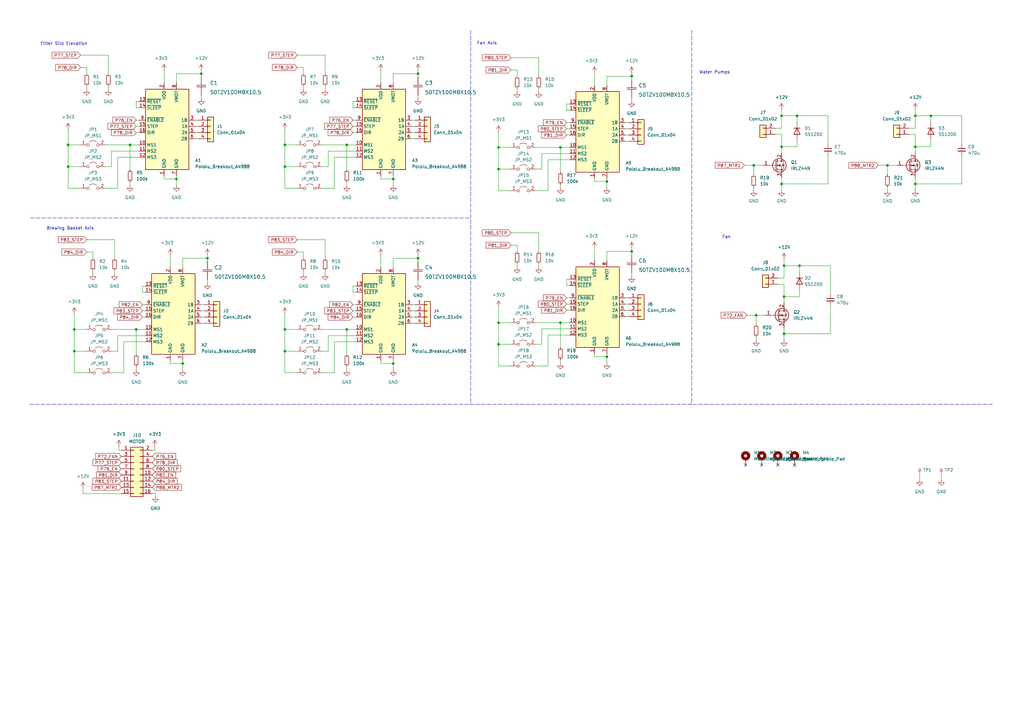
<source format=kicad_sch>
(kicad_sch (version 20211123) (generator eeschema)
  (paper "A3")
  (lib_symbols
    (symbol "+3.3V_1" (power) (pin_names (offset 0))
      (property "Value" "+3.3V_1" (at 0 3.556 0))
      (symbol "+3.3V_1_1_1"
        (pin power_in line (at 0 0 90) (length 0) hide (name "+3V3") (number "1"))
      )
    )
    (symbol "2022-02-09_01-18-55:50TZV100M8X10.5" (pin_numbers hide) (pin_names (offset 1.651) hide)
      (property "Reference" "C" (at 3.81 3.81 0))
      (property "Value" "50TZV100M8X10.5" (at 3.81 -7.62 0))
      (symbol "50TZV100M8X10.5_1_1"
        (pin unspecified line (at 0 0 0) (length 2.54) (name "1") (number "1"))
        (pin unspecified line (at 7.62 0 180) (length 2.54) (name "2") (number "2"))
      )
    )
    (symbol "Connector:TestPoint_Small" (pin_numbers hide) (pin_names (offset 0.762) hide)
      (property "Reference" "TP" (at 0 3.81 0))
      (property "Value" "TestPoint_Small" (at 0 2.032 0))
      (symbol "TestPoint_Small_1_1"
        (pin passive line (at 0 0 90) (length 0) (name "1") (number "1"))
      )
    )
    (symbol "Connector_Generic:Conn_01x02" (pin_names (offset 1.016) hide)
      (property "Reference" "J" (at 0 2.54 0))
      (property "Value" "Conn_01x02" (at 0 -5.08 0))
      (symbol "Conn_01x02_1_1"
        (pin passive line (at -5.08 0 0) (length 3.81) (name "Pin_1") (number "1"))
        (pin passive line (at -5.08 -2.54 0) (length 3.81) (name "Pin_2") (number "2"))
      )
    )
    (symbol "Connector_Generic:Conn_01x04" (pin_names (offset 1.016) hide)
      (property "Reference" "J" (at 0 5.08 0))
      (property "Value" "Conn_01x04" (at 0 -7.62 0))
      (symbol "Conn_01x04_1_1"
        (pin passive line (at -5.08 2.54 0) (length 3.81) (name "Pin_1") (number "1"))
        (pin passive line (at -5.08 0 0) (length 3.81) (name "Pin_2") (number "2"))
        (pin passive line (at -5.08 -2.54 0) (length 3.81) (name "Pin_3") (number "3"))
        (pin passive line (at -5.08 -5.08 0) (length 3.81) (name "Pin_4") (number "4"))
      )
    )
    (symbol "Connector_Generic:Conn_02x08_Odd_Even" (pin_names (offset 1.016) hide)
      (property "Reference" "J" (at 1.27 10.16 0))
      (property "Value" "Conn_02x08_Odd_Even" (at 1.27 -12.7 0))
      (symbol "Conn_02x08_Odd_Even_1_1"
        (pin passive line (at -5.08 7.62 0) (length 3.81) (name "Pin_1") (number "1"))
        (pin passive line (at 7.62 -2.54 180) (length 3.81) (name "Pin_10") (number "10"))
        (pin passive line (at -5.08 -5.08 0) (length 3.81) (name "Pin_11") (number "11"))
        (pin passive line (at 7.62 -5.08 180) (length 3.81) (name "Pin_12") (number "12"))
        (pin passive line (at -5.08 -7.62 0) (length 3.81) (name "Pin_13") (number "13"))
        (pin passive line (at 7.62 -7.62 180) (length 3.81) (name "Pin_14") (number "14"))
        (pin passive line (at -5.08 -10.16 0) (length 3.81) (name "Pin_15") (number "15"))
        (pin passive line (at 7.62 -10.16 180) (length 3.81) (name "Pin_16") (number "16"))
        (pin passive line (at 7.62 7.62 180) (length 3.81) (name "Pin_2") (number "2"))
        (pin passive line (at -5.08 5.08 0) (length 3.81) (name "Pin_3") (number "3"))
        (pin passive line (at 7.62 5.08 180) (length 3.81) (name "Pin_4") (number "4"))
        (pin passive line (at -5.08 2.54 0) (length 3.81) (name "Pin_5") (number "5"))
        (pin passive line (at 7.62 2.54 180) (length 3.81) (name "Pin_6") (number "6"))
        (pin passive line (at -5.08 0 0) (length 3.81) (name "Pin_7") (number "7"))
        (pin passive line (at 7.62 0 180) (length 3.81) (name "Pin_8") (number "8"))
        (pin passive line (at -5.08 -2.54 0) (length 3.81) (name "Pin_9") (number "9"))
      )
    )
    (symbol "Device:C_Small" (pin_numbers hide) (pin_names (offset 0.254) hide)
      (property "Reference" "C" (at 0.254 1.778 0))
      (property "Value" "C_Small" (at 0.254 -2.032 0))
      (symbol "C_Small_1_1"
        (pin passive line (at 0 2.54 270) (length 2.032) (name "~") (number "1"))
        (pin passive line (at 0 -2.54 90) (length 2.032) (name "~") (number "2"))
      )
    )
    (symbol "Device:R_Small" (pin_numbers hide) (pin_names (offset 0.254) hide)
      (property "Reference" "R" (at 0.762 0.508 0))
      (property "Value" "R_Small" (at 0.762 -1.016 0))
      (symbol "R_Small_1_1"
        (pin passive line (at 0 2.54 270) (length 0.762) (name "~") (number "1"))
        (pin passive line (at 0 -2.54 90) (length 0.762) (name "~") (number "2"))
      )
    )
    (symbol "Diode:1N4007" (pin_numbers hide) (pin_names (offset 1.016) hide)
      (property "Reference" "D" (at 0 2.54 0))
      (property "Value" "1N4007" (at 0 -2.54 0))
      (symbol "1N4007_1_1"
        (pin passive line (at -3.81 0 0) (length 2.54) (name "K") (number "1"))
        (pin passive line (at 3.81 0 180) (length 2.54) (name "A") (number "2"))
      )
    )
    (symbol "Driver_Motor:Pololu_Breakout_A4988"
      (property "Reference" "A" (at -2.54 19.05 0))
      (property "Value" "Pololu_Breakout_A4988" (at -2.54 16.51 0))
      (symbol "Pololu_Breakout_A4988_1_1"
        (pin power_in line (at 0 -20.32 90) (length 2.54) (name "GND") (number "1"))
        (pin input line (at -10.16 -7.62 0) (length 2.54) (name "MS1") (number "10"))
        (pin input line (at -10.16 -10.16 0) (length 2.54) (name "MS2") (number "11"))
        (pin input line (at -10.16 -12.7 0) (length 2.54) (name "MS3") (number "12"))
        (pin input line (at -10.16 10.16 0) (length 2.54) (name "~{RESET}") (number "13"))
        (pin input line (at -10.16 7.62 0) (length 2.54) (name "~{SLEEP}") (number "14"))
        (pin input line (at -10.16 0 0) (length 2.54) (name "STEP") (number "15"))
        (pin input line (at -10.16 -2.54 0) (length 2.54) (name "DIR") (number "16"))
        (pin power_in line (at 0 17.78 270) (length 2.54) (name "VDD") (number "2"))
        (pin output line (at 12.7 2.54 180) (length 2.54) (name "1B") (number "3"))
        (pin output line (at 12.7 0 180) (length 2.54) (name "1A") (number "4"))
        (pin output line (at 12.7 -2.54 180) (length 2.54) (name "2A") (number "5"))
        (pin output line (at 12.7 -5.08 180) (length 2.54) (name "2B") (number "6"))
        (pin power_in line (at 5.08 -20.32 90) (length 2.54) (name "GND") (number "7"))
        (pin power_in line (at 5.08 17.78 270) (length 2.54) (name "VMOT") (number "8"))
        (pin input line (at -10.16 2.54 0) (length 2.54) (name "~{ENABLE}") (number "9"))
      )
    )
    (symbol "GND_2" (power) (pin_names (offset 0))
      (property "Value" "GND_2" (at 0 -3.81 0))
      (symbol "GND_2_1_1"
        (pin power_in line (at 0 0 270) (length 0) hide (name "GND") (number "1"))
      )
    )
    (symbol "Jumper:Jumper_2_Open" (pin_names (offset 0) hide)
      (property "Reference" "JP" (at 0 2.794 0))
      (property "Value" "Jumper_2_Open" (at 0 -2.286 0))
      (symbol "Jumper_2_Open_1_1"
        (pin passive line (at -5.08 0 0) (length 2.54) (name "A") (number "1"))
        (pin passive line (at 5.08 0 180) (length 2.54) (name "B") (number "2"))
      )
    )
    (symbol "Mechanical:MountingHole_Pad" (pin_numbers hide) (pin_names (offset 1.016) hide)
      (property "Reference" "H" (at 0 6.35 0))
      (property "Value" "MountingHole_Pad" (at 0 4.445 0))
      (symbol "MountingHole_Pad_1_1"
        (pin input line (at 0 -2.54 90) (length 2.54) (name "1") (number "1"))
      )
    )
    (symbol "Transistor_FET:IRLZ44N" (pin_names hide)
      (property "Reference" "Q" (at 6.35 1.905 0))
      (property "Value" "IRLZ44N" (at 6.35 0 0))
      (symbol "IRLZ44N_1_1"
        (pin input line (at -5.08 0 0) (length 2.54) (name "G") (number "1"))
        (pin passive line (at 2.54 5.08 270) (length 2.54) (name "D") (number "2"))
        (pin passive line (at 2.54 -5.08 90) (length 2.54) (name "S") (number "3"))
      )
    )
    (symbol "power:+12V" (power) (pin_names (offset 0))
      (property "Value" "+12V" (at 0 3.556 0))
      (symbol "+12V_1_1"
        (pin power_in line (at 0 0 90) (length 0) hide (name "+12V") (number "1"))
      )
    )
    (symbol "power:+3.3V" (power) (pin_names (offset 0))
      (property "Value" "+3.3V" (at 0 3.556 0))
      (symbol "+3.3V_1_1"
        (pin power_in line (at 0 0 90) (length 0) hide (name "+3V3") (number "1"))
      )
    )
    (symbol "power:GND" (power) (pin_names (offset 0))
      (property "Value" "GND" (at 0 -3.81 0))
      (symbol "GND_1_1"
        (pin power_in line (at 0 0 270) (length 0) hide (name "GND") (number "1"))
      )
    )
  )
  (junction (at 375.412 47.498))
  (junction (at 85.09 105.918))
  (junction (at 321.564 121.666))
  (junction (at 171.45 105.918))
  (junction (at 82.55 30.226))
  (junction (at 310.134 129.286))
  (junction (at 116.84 135.128))
  (junction (at 320.548 60.198))
  (junction (at 116.84 59.436))
  (junction (at 74.93 149.098))
  (junction (at 259.08 103.124))
  (junction (at 72.39 73.406))
  (junction (at 53.34 59.436))
  (junction (at 381.762 47.498))
  (junction (at 248.92 146.304))
  (junction (at 375.412 60.198))
  (junction (at 321.564 108.966))
  (junction (at 116.84 144.018))
  (junction (at 55.88 135.128))
  (junction (at 248.92 74.422))
  (junction (at 309.118 67.818))
  (junction (at 259.08 31.242))
  (junction (at 171.45 30.226))
  (junction (at 229.87 132.334))
  (junction (at 204.47 60.452))
  (junction (at 327.914 108.966))
  (junction (at 161.29 149.098))
  (junction (at 363.982 67.818))
  (junction (at 161.29 73.406))
  (junction (at 204.47 69.342))
  (junction (at 30.48 144.018))
  (junction (at 320.548 75.438))
  (junction (at 375.412 75.438))
  (junction (at 116.84 68.326))
  (junction (at 142.24 59.436))
  (junction (at 30.48 135.128))
  (junction (at 326.898 47.498))
  (junction (at 27.94 59.436))
  (junction (at 321.564 136.906))
  (junction (at 320.548 47.498))
  (junction (at 204.47 141.224))
  (junction (at 204.47 132.334))
  (junction (at 142.24 135.128))
  (junction (at 27.94 68.326))
  (junction (at 229.87 60.452))
  (no_connect (at 325.882 190.754))
  (no_connect (at 319.024 190.754))
  (no_connect (at 312.42 190.754))
  (no_connect (at 305.816 190.754))
  (wire (pts (xy 63.754 202.438) (xy 63.754 203.454)))
  (wire (pts (xy 232.41 127.254) (xy 233.68 127.254)))
  (wire (pts (xy 80.01 56.896) (xy 81.28 56.896)))
  (wire (pts (xy 232.41 117.094) (xy 233.68 117.094)))
  (wire (pts (xy 168.91 130.048) (xy 170.18 130.048)))
  (wire (pts (xy 124.46 110.998) (xy 124.46 112.268)))
  (wire (pts (xy 220.98 23.622) (xy 220.98 31.242)))
  (wire (pts (xy 116.84 59.436) (xy 121.92 59.436)))
  (wire (pts (xy 375.412 60.198) (xy 375.412 62.738)))
  (wire (pts (xy 363.982 67.818) (xy 363.982 71.628)))
  (wire (pts (xy 72.39 73.406) (xy 72.39 75.946)))
  (wire (pts (xy 30.48 144.018) (xy 30.48 135.128)))
  (wire (pts (xy 204.47 132.334) (xy 209.55 132.334)))
  (wire (pts (xy 27.94 68.326) (xy 33.02 68.326)))
  (wire (pts (xy 339.598 58.928) (xy 339.598 47.498)))
  (wire (pts (xy 222.25 69.342) (xy 219.71 69.342)))
  (wire (pts (xy 204.47 60.452) (xy 204.47 54.102)))
  (wire (pts (xy 321.564 116.586) (xy 321.564 121.666)))
  (wire (pts (xy 372.872 55.118) (xy 375.412 55.118)))
  (wire (pts (xy 204.47 60.452) (xy 209.55 60.452)))
  (wire (pts (xy 209.55 95.504) (xy 220.98 95.504)))
  (wire (pts (xy 35.56 98.298) (xy 46.99 98.298)))
  (wire (pts (xy 58.42 117.348) (xy 58.42 119.888)))
  (wire (pts (xy 82.55 127.508) (xy 83.82 127.508)))
  (wire (pts (xy 229.87 132.334) (xy 233.68 132.334)))
  (wire (pts (xy 394.462 64.008) (xy 394.462 75.438)))
  (wire (pts (xy 53.34 59.436) (xy 57.15 59.436)))
  (wire (pts (xy 375.412 44.958) (xy 375.412 47.498)))
  (wire (pts (xy 121.92 103.378) (xy 124.46 103.378)))
  (wire (pts (xy 35.56 152.908) (xy 30.48 152.908)))
  (wire (pts (xy 232.41 55.372) (xy 233.68 55.372)))
  (wire (pts (xy 72.39 30.226) (xy 82.55 30.226)))
  (wire (pts (xy 63.5 184.658) (xy 63.5 183.134)))
  (wire (pts (xy 27.94 59.436) (xy 27.94 53.086)))
  (polyline (pts (xy 283.21 165.608) (xy 283.718 165.608)))
  (wire (pts (xy 134.62 144.018) (xy 132.08 144.018)))
  (wire (pts (xy 243.84 29.972) (xy 243.84 35.052)))
  (wire (pts (xy 134.62 137.668) (xy 134.62 144.018)))
  (wire (pts (xy 121.92 98.298) (xy 133.35 98.298)))
  (wire (pts (xy 45.72 61.976) (xy 57.15 61.976)))
  (wire (pts (xy 219.71 132.334) (xy 229.87 132.334)))
  (wire (pts (xy 321.564 106.426) (xy 321.564 108.966)))
  (wire (pts (xy 394.462 75.438) (xy 375.412 75.438)))
  (polyline (pts (xy 12.192 165.862) (xy 407.416 165.862)))
  (wire (pts (xy 161.29 30.226) (xy 161.29 34.036)))
  (wire (pts (xy 27.94 59.436) (xy 33.02 59.436)))
  (wire (pts (xy 161.29 149.098) (xy 161.29 151.638)))
  (wire (pts (xy 310.134 129.286) (xy 310.134 133.096)))
  (wire (pts (xy 69.85 149.098) (xy 74.93 149.098)))
  (wire (pts (xy 326.898 50.038) (xy 326.898 47.498)))
  (wire (pts (xy 340.614 120.396) (xy 340.614 108.966)))
  (wire (pts (xy 35.56 103.378) (xy 38.1 103.378)))
  (wire (pts (xy 171.45 104.648) (xy 171.45 105.918)))
  (wire (pts (xy 363.982 76.708) (xy 363.982 77.978)))
  (wire (pts (xy 256.54 52.832) (xy 257.81 52.832)))
  (wire (pts (xy 321.564 136.906) (xy 321.564 139.446)))
  (wire (pts (xy 44.45 35.306) (xy 44.45 36.576)))
  (wire (pts (xy 318.008 52.578) (xy 320.548 52.578)))
  (wire (pts (xy 375.412 47.498) (xy 375.412 52.578)))
  (wire (pts (xy 319.024 114.046) (xy 321.564 114.046)))
  (wire (pts (xy 248.92 74.422) (xy 248.92 76.962)))
  (wire (pts (xy 156.21 104.648) (xy 156.21 109.728)))
  (wire (pts (xy 82.55 130.048) (xy 83.82 130.048)))
  (wire (pts (xy 168.91 127.508) (xy 170.18 127.508)))
  (wire (pts (xy 320.548 55.118) (xy 320.548 60.198)))
  (wire (pts (xy 375.412 75.438) (xy 375.412 77.978)))
  (wire (pts (xy 58.42 124.968) (xy 59.69 124.968)))
  (wire (pts (xy 133.35 110.998) (xy 133.35 112.268)))
  (wire (pts (xy 116.84 135.128) (xy 116.84 128.778)))
  (wire (pts (xy 156.21 149.098) (xy 161.29 149.098)))
  (wire (pts (xy 229.87 132.334) (xy 229.87 142.494)))
  (wire (pts (xy 121.92 22.606) (xy 133.35 22.606)))
  (wire (pts (xy 320.548 60.198) (xy 320.548 62.738)))
  (wire (pts (xy 171.45 114.808) (xy 171.45 116.078)))
  (wire (pts (xy 142.24 150.368) (xy 142.24 151.638)))
  (wire (pts (xy 116.84 152.908) (xy 116.84 144.018)))
  (wire (pts (xy 256.54 50.292) (xy 257.81 50.292)))
  (wire (pts (xy 55.88 41.656) (xy 55.88 44.196)))
  (wire (pts (xy 144.78 130.048) (xy 146.05 130.048)))
  (polyline (pts (xy 283.718 12.446) (xy 283.718 165.608)))
  (wire (pts (xy 121.92 27.686) (xy 124.46 27.686)))
  (wire (pts (xy 327.914 111.506) (xy 327.914 108.966)))
  (wire (pts (xy 310.134 129.286) (xy 313.944 129.286)))
  (wire (pts (xy 144.78 119.888) (xy 146.05 119.888)))
  (wire (pts (xy 259.08 101.854) (xy 259.08 103.124)))
  (wire (pts (xy 327.914 108.966) (xy 340.614 108.966)))
  (wire (pts (xy 132.08 152.908) (xy 137.16 152.908)))
  (wire (pts (xy 171.45 105.918) (xy 171.45 107.188)))
  (wire (pts (xy 116.84 59.436) (xy 116.84 53.086)))
  (wire (pts (xy 34.036 202.438) (xy 49.784 202.438)))
  (wire (pts (xy 121.92 77.216) (xy 116.84 77.216)))
  (wire (pts (xy 243.84 73.152) (xy 243.84 74.422)))
  (wire (pts (xy 38.1 103.378) (xy 38.1 105.918)))
  (wire (pts (xy 50.8 140.208) (xy 50.8 152.908)))
  (wire (pts (xy 43.18 77.216) (xy 48.26 77.216)))
  (wire (pts (xy 58.42 127.508) (xy 59.69 127.508)))
  (wire (pts (xy 256.54 124.714) (xy 257.81 124.714)))
  (wire (pts (xy 85.09 104.648) (xy 85.09 105.918)))
  (wire (pts (xy 212.09 100.584) (xy 212.09 103.124)))
  (wire (pts (xy 161.29 30.226) (xy 171.45 30.226)))
  (wire (pts (xy 326.898 47.498) (xy 339.598 47.498)))
  (wire (pts (xy 144.78 127.508) (xy 146.05 127.508)))
  (wire (pts (xy 116.84 135.128) (xy 121.92 135.128)))
  (wire (pts (xy 80.01 51.816) (xy 81.28 51.816)))
  (wire (pts (xy 69.85 104.648) (xy 69.85 109.728)))
  (wire (pts (xy 55.88 135.128) (xy 55.88 145.288)))
  (wire (pts (xy 229.87 75.692) (xy 229.87 76.962)))
  (wire (pts (xy 224.79 65.532) (xy 233.68 65.532)))
  (wire (pts (xy 256.54 122.174) (xy 257.81 122.174)))
  (wire (pts (xy 204.47 69.342) (xy 209.55 69.342)))
  (wire (pts (xy 204.47 141.224) (xy 209.55 141.224)))
  (wire (pts (xy 144.78 51.816) (xy 146.05 51.816)))
  (wire (pts (xy 85.09 114.808) (xy 85.09 116.078)))
  (wire (pts (xy 72.39 72.136) (xy 72.39 73.406)))
  (wire (pts (xy 132.08 59.436) (xy 142.24 59.436)))
  (wire (pts (xy 381.762 60.198) (xy 375.412 60.198)))
  (wire (pts (xy 222.25 134.874) (xy 233.68 134.874)))
  (wire (pts (xy 310.134 138.176) (xy 310.134 139.446)))
  (wire (pts (xy 204.47 150.114) (xy 204.47 141.224)))
  (wire (pts (xy 256.54 55.372) (xy 257.81 55.372)))
  (wire (pts (xy 38.1 110.998) (xy 38.1 112.268)))
  (wire (pts (xy 256.54 57.912) (xy 257.81 57.912)))
  (wire (pts (xy 124.46 27.686) (xy 124.46 30.226)))
  (wire (pts (xy 321.564 108.966) (xy 321.564 114.046)))
  (wire (pts (xy 161.29 105.918) (xy 171.45 105.918)))
  (wire (pts (xy 168.91 51.816) (xy 170.18 51.816)))
  (wire (pts (xy 224.79 137.414) (xy 224.79 150.114)))
  (wire (pts (xy 243.84 146.304) (xy 248.92 146.304)))
  (wire (pts (xy 74.93 105.918) (xy 85.09 105.918)))
  (wire (pts (xy 48.26 144.018) (xy 45.72 144.018)))
  (wire (pts (xy 339.598 64.008) (xy 339.598 75.438)))
  (wire (pts (xy 209.55 28.702) (xy 212.09 28.702)))
  (wire (pts (xy 232.41 42.672) (xy 232.41 45.212)))
  (wire (pts (xy 161.29 147.828) (xy 161.29 149.098)))
  (wire (pts (xy 116.84 144.018) (xy 121.92 144.018)))
  (wire (pts (xy 34.036 200.406) (xy 34.036 202.438)))
  (wire (pts (xy 320.548 75.438) (xy 320.548 77.978)))
  (wire (pts (xy 381.762 50.038) (xy 381.762 47.498)))
  (wire (pts (xy 27.94 68.326) (xy 27.94 59.436)))
  (wire (pts (xy 134.62 68.326) (xy 132.08 68.326)))
  (wire (pts (xy 243.84 145.034) (xy 243.84 146.304)))
  (wire (pts (xy 204.47 69.342) (xy 204.47 60.452)))
  (wire (pts (xy 142.24 135.128) (xy 146.05 135.128)))
  (wire (pts (xy 259.08 40.132) (xy 259.08 41.402)))
  (wire (pts (xy 116.84 68.326) (xy 121.92 68.326)))
  (wire (pts (xy 30.48 144.018) (xy 35.56 144.018)))
  (wire (pts (xy 222.25 134.874) (xy 222.25 141.224)))
  (wire (pts (xy 132.08 77.216) (xy 137.16 77.216)))
  (wire (pts (xy 134.62 137.668) (xy 146.05 137.668)))
  (wire (pts (xy 219.71 150.114) (xy 224.79 150.114)))
  (wire (pts (xy 132.08 135.128) (xy 142.24 135.128)))
  (wire (pts (xy 326.898 60.198) (xy 320.548 60.198)))
  (wire (pts (xy 55.88 150.368) (xy 55.88 151.638)))
  (wire (pts (xy 46.99 110.998) (xy 46.99 112.268)))
  (wire (pts (xy 248.92 145.034) (xy 248.92 146.304)))
  (wire (pts (xy 48.26 64.516) (xy 48.26 77.216)))
  (wire (pts (xy 67.31 73.406) (xy 72.39 73.406)))
  (wire (pts (xy 137.16 64.516) (xy 137.16 77.216)))
  (wire (pts (xy 55.88 51.816) (xy 57.15 51.816)))
  (wire (pts (xy 55.88 54.356) (xy 57.15 54.356)))
  (wire (pts (xy 309.118 67.818) (xy 312.928 67.818)))
  (wire (pts (xy 171.45 39.116) (xy 171.45 40.386)))
  (wire (pts (xy 116.84 77.216) (xy 116.84 68.326)))
  (wire (pts (xy 381.762 47.498) (xy 394.462 47.498)))
  (wire (pts (xy 124.46 35.306) (xy 124.46 36.576)))
  (wire (pts (xy 248.92 31.242) (xy 248.92 35.052)))
  (wire (pts (xy 327.914 121.666) (xy 321.564 121.666)))
  (wire (pts (xy 224.79 65.532) (xy 224.79 78.232)))
  (wire (pts (xy 57.15 41.656) (xy 55.88 41.656)))
  (wire (pts (xy 30.48 135.128) (xy 35.56 135.128)))
  (wire (pts (xy 58.42 119.888) (xy 59.69 119.888)))
  (wire (pts (xy 49.784 184.658) (xy 48.768 184.658)))
  (wire (pts (xy 67.31 72.136) (xy 67.31 73.406)))
  (wire (pts (xy 209.55 150.114) (xy 204.47 150.114)))
  (wire (pts (xy 156.21 73.406) (xy 161.29 73.406)))
  (wire (pts (xy 144.78 117.348) (xy 144.78 119.888)))
  (wire (pts (xy 360.172 67.818) (xy 363.982 67.818)))
  (wire (pts (xy 248.92 31.242) (xy 259.08 31.242)))
  (wire (pts (xy 222.25 62.992) (xy 222.25 69.342)))
  (wire (pts (xy 62.484 184.658) (xy 63.5 184.658)))
  (wire (pts (xy 142.24 74.676) (xy 142.24 75.946)))
  (wire (pts (xy 204.47 141.224) (xy 204.47 132.334)))
  (wire (pts (xy 327.914 119.126) (xy 327.914 121.666)))
  (wire (pts (xy 209.55 23.622) (xy 220.98 23.622)))
  (wire (pts (xy 171.45 28.956) (xy 171.45 30.226)))
  (wire (pts (xy 229.87 60.452) (xy 233.68 60.452)))
  (wire (pts (xy 45.72 61.976) (xy 45.72 68.326)))
  (wire (pts (xy 248.92 103.124) (xy 259.08 103.124)))
  (wire (pts (xy 243.84 101.854) (xy 243.84 106.934)))
  (wire (pts (xy 168.91 56.896) (xy 170.18 56.896)))
  (wire (pts (xy 319.024 116.586) (xy 321.564 116.586)))
  (wire (pts (xy 58.42 130.048) (xy 59.69 130.048)))
  (wire (pts (xy 59.69 117.348) (xy 58.42 117.348)))
  (wire (pts (xy 233.68 42.672) (xy 232.41 42.672)))
  (wire (pts (xy 375.412 55.118) (xy 375.412 60.198)))
  (wire (pts (xy 142.24 135.128) (xy 142.24 145.288)))
  (wire (pts (xy 224.79 137.414) (xy 233.68 137.414)))
  (wire (pts (xy 45.72 68.326) (xy 43.18 68.326)))
  (polyline (pts (xy 12.446 89.408) (xy 193.04 89.408)))
  (wire (pts (xy 309.118 67.818) (xy 309.118 71.628)))
  (wire (pts (xy 74.93 149.098) (xy 74.93 151.638)))
  (wire (pts (xy 256.54 129.794) (xy 257.81 129.794)))
  (wire (pts (xy 229.87 60.452) (xy 229.87 70.612)))
  (wire (pts (xy 134.62 61.976) (xy 146.05 61.976)))
  (wire (pts (xy 80.01 49.276) (xy 81.28 49.276)))
  (wire (pts (xy 305.308 67.818) (xy 309.118 67.818)))
  (wire (pts (xy 204.47 132.334) (xy 204.47 125.984)))
  (wire (pts (xy 259.08 29.972) (xy 259.08 31.242)))
  (wire (pts (xy 309.118 76.708) (xy 309.118 77.978)))
  (wire (pts (xy 53.34 59.436) (xy 53.34 69.596)))
  (wire (pts (xy 232.41 45.212) (xy 233.68 45.212)))
  (wire (pts (xy 53.34 74.676) (xy 53.34 75.946)))
  (wire (pts (xy 33.02 22.606) (xy 44.45 22.606)))
  (wire (pts (xy 35.56 35.306) (xy 35.56 36.576)))
  (wire (pts (xy 321.564 108.966) (xy 327.914 108.966)))
  (wire (pts (xy 55.88 44.196) (xy 57.15 44.196)))
  (wire (pts (xy 375.412 47.498) (xy 381.762 47.498)))
  (wire (pts (xy 220.98 108.204) (xy 220.98 109.474)))
  (wire (pts (xy 67.31 28.956) (xy 67.31 34.036)))
  (wire (pts (xy 161.29 72.136) (xy 161.29 73.406)))
  (wire (pts (xy 212.09 28.702) (xy 212.09 31.242)))
  (wire (pts (xy 161.29 73.406) (xy 161.29 75.946)))
  (wire (pts (xy 144.78 44.196) (xy 146.05 44.196)))
  (wire (pts (xy 116.84 68.326) (xy 116.84 59.436)))
  (wire (pts (xy 55.88 49.276) (xy 57.15 49.276)))
  (wire (pts (xy 48.26 64.516) (xy 57.15 64.516)))
  (wire (pts (xy 363.982 67.818) (xy 367.792 67.818)))
  (wire (pts (xy 259.08 31.242) (xy 259.08 32.512)))
  (wire (pts (xy 33.02 77.216) (xy 27.94 77.216)))
  (wire (pts (xy 222.25 62.992) (xy 233.68 62.992)))
  (wire (pts (xy 48.26 137.668) (xy 59.69 137.668)))
  (wire (pts (xy 171.45 30.226) (xy 171.45 31.496)))
  (wire (pts (xy 232.41 50.292) (xy 233.68 50.292)))
  (wire (pts (xy 248.92 73.152) (xy 248.92 74.422)))
  (wire (pts (xy 209.55 100.584) (xy 212.09 100.584)))
  (wire (pts (xy 339.598 75.438) (xy 320.548 75.438)))
  (wire (pts (xy 85.09 105.918) (xy 85.09 107.188)))
  (wire (pts (xy 204.47 78.232) (xy 204.47 69.342)))
  (wire (pts (xy 168.91 124.968) (xy 170.18 124.968)))
  (wire (pts (xy 219.71 60.452) (xy 229.87 60.452)))
  (wire (pts (xy 82.55 132.588) (xy 83.82 132.588)))
  (wire (pts (xy 222.25 141.224) (xy 219.71 141.224)))
  (wire (pts (xy 219.71 78.232) (xy 224.79 78.232)))
  (wire (pts (xy 259.08 103.124) (xy 259.08 104.394)))
  (wire (pts (xy 321.564 134.366) (xy 321.564 136.906)))
  (wire (pts (xy 220.98 95.504) (xy 220.98 103.124)))
  (wire (pts (xy 137.16 140.208) (xy 137.16 152.908)))
  (wire (pts (xy 134.62 61.976) (xy 134.62 68.326)))
  (wire (pts (xy 74.93 105.918) (xy 74.93 109.728)))
  (wire (pts (xy 121.92 152.908) (xy 116.84 152.908)))
  (wire (pts (xy 55.88 135.128) (xy 59.69 135.128)))
  (wire (pts (xy 156.21 147.828) (xy 156.21 149.098)))
  (wire (pts (xy 156.21 28.956) (xy 156.21 34.036)))
  (wire (pts (xy 133.35 98.298) (xy 133.35 105.918)))
  (wire (pts (xy 44.45 22.606) (xy 44.45 30.226)))
  (wire (pts (xy 381.762 57.658) (xy 381.762 60.198)))
  (wire (pts (xy 82.55 39.116) (xy 82.55 40.386)))
  (wire (pts (xy 233.68 114.554) (xy 232.41 114.554)))
  (wire (pts (xy 232.41 114.554) (xy 232.41 117.094)))
  (wire (pts (xy 43.18 59.436) (xy 53.34 59.436)))
  (wire (pts (xy 209.55 78.232) (xy 204.47 78.232)))
  (wire (pts (xy 30.48 135.128) (xy 30.48 128.778)))
  (wire (pts (xy 142.24 59.436) (xy 146.05 59.436)))
  (wire (pts (xy 82.55 28.956) (xy 82.55 30.226)))
  (wire (pts (xy 46.99 98.298) (xy 46.99 105.918)))
  (wire (pts (xy 45.72 152.908) (xy 50.8 152.908)))
  (wire (pts (xy 320.548 72.898) (xy 320.548 75.438)))
  (wire (pts (xy 326.898 57.658) (xy 326.898 60.198)))
  (wire (pts (xy 220.98 36.322) (xy 220.98 37.592)))
  (wire (pts (xy 232.41 124.714) (xy 233.68 124.714)))
  (wire (pts (xy 82.55 30.226) (xy 82.55 31.496)))
  (wire (pts (xy 80.01 54.356) (xy 81.28 54.356)))
  (wire (pts (xy 27.94 77.216) (xy 27.94 68.326)))
  (wire (pts (xy 72.39 30.226) (xy 72.39 34.036)))
  (wire (pts (xy 133.35 22.606) (xy 133.35 30.226)))
  (wire (pts (xy 377.19 192.786) (xy 377.19 196.596)))
  (wire (pts (xy 212.09 108.204) (xy 212.09 109.474)))
  (polyline (pts (xy 193.04 12.446) (xy 193.04 165.862)))
  (wire (pts (xy 212.09 36.322) (xy 212.09 37.592)))
  (wire (pts (xy 50.8 140.208) (xy 59.69 140.208)))
  (wire (pts (xy 35.56 27.686) (xy 35.56 30.226)))
  (wire (pts (xy 256.54 127.254) (xy 257.81 127.254)))
  (wire (pts (xy 232.41 52.832) (xy 233.68 52.832)))
  (wire (pts (xy 248.92 146.304) (xy 248.92 148.844)))
  (wire (pts (xy 144.78 54.356) (xy 146.05 54.356)))
  (wire (pts (xy 375.412 72.898) (xy 375.412 75.438)))
  (wire (pts (xy 229.87 147.574) (xy 229.87 148.844)))
  (wire (pts (xy 306.324 129.286) (xy 310.134 129.286)))
  (wire (pts (xy 243.84 74.422) (xy 248.92 74.422)))
  (wire (pts (xy 318.008 55.118) (xy 320.548 55.118)))
  (wire (pts (xy 116.84 144.018) (xy 116.84 135.128)))
  (wire (pts (xy 133.35 35.306) (xy 133.35 36.576)))
  (wire (pts (xy 232.41 122.174) (xy 233.68 122.174)))
  (wire (pts (xy 144.78 124.968) (xy 146.05 124.968)))
  (wire (pts (xy 45.72 135.128) (xy 55.88 135.128)))
  (wire (pts (xy 144.78 49.276) (xy 146.05 49.276)))
  (wire (pts (xy 320.548 44.958) (xy 320.548 47.498)))
  (wire (pts (xy 340.614 125.476) (xy 340.614 136.906)))
  (wire (pts (xy 321.564 121.666) (xy 321.564 124.206)))
  (wire (pts (xy 137.16 140.208) (xy 146.05 140.208)))
  (wire (pts (xy 124.46 103.378) (xy 124.46 105.918)))
  (wire (pts (xy 372.872 52.578) (xy 375.412 52.578)))
  (wire (pts (xy 248.92 103.124) (xy 248.92 106.934)))
  (wire (pts (xy 259.08 112.014) (xy 259.08 113.284)))
  (wire (pts (xy 168.91 54.356) (xy 170.18 54.356)))
  (wire (pts (xy 137.16 64.516) (xy 146.05 64.516)))
  (wire (pts (xy 156.21 72.136) (xy 156.21 73.406)))
  (wire (pts (xy 386.08 192.786) (xy 386.08 196.596)))
  (wire (pts (xy 62.484 202.438) (xy 63.754 202.438)))
  (wire (pts (xy 146.05 41.656) (xy 144.78 41.656)))
  (wire (pts (xy 146.05 117.348) (xy 144.78 117.348)))
  (wire (pts (xy 168.91 49.276) (xy 170.18 49.276)))
  (wire (pts (xy 144.78 41.656) (xy 144.78 44.196)))
  (wire (pts (xy 69.85 147.828) (xy 69.85 149.098)))
  (wire (pts (xy 82.55 124.968) (xy 83.82 124.968)))
  (wire (pts (xy 33.02 27.686) (xy 35.56 27.686)))
  (wire (pts (xy 161.29 105.918) (xy 161.29 109.728)))
  (wire (pts (xy 74.93 147.828) (xy 74.93 149.098)))
  (wire (pts (xy 320.548 47.498) (xy 326.898 47.498)))
  (wire (pts (xy 340.614 136.906) (xy 321.564 136.906)))
  (wire (pts (xy 142.24 59.436) (xy 142.24 69.596)))
  (wire (pts (xy 394.462 58.928) (xy 394.462 47.498)))
  (wire (pts (xy 320.548 47.498) (xy 320.548 52.578)))
  (wire (pts (xy 168.91 132.588) (xy 170.18 132.588)))
  (wire (pts (xy 48.26 137.668) (xy 48.26 144.018)))
  (wire (pts (xy 30.48 152.908) (xy 30.48 144.018)))
  (wire (pts (xy 48.768 184.658) (xy 48.768 183.134)))
  (text "Filter Silo Elevation" (at 16.51 18.796 0) (effects (font (size 1.27 1.27)) (justify left bottom)))
  (text "Water Pumps" (at 286.766 30.48 0) (effects (font (size 1.27 1.27)) (justify left bottom)))
  (text "Fan" (at 296.164 98.044 0) (effects (font (size 1.27 1.27)) (justify left bottom)))
  (text "Brewing Basket Axis" (at 19.05 94.488 0) (effects (font (size 1.27 1.27)) (justify left bottom)))
  (text "Fan Axis" (at 195.58 18.542 0) (effects (font (size 1.27 1.27)) (justify left bottom)))
  (global_label "P80_STEP" (shape input) (at 209.55 95.504 180) (property "Intersheet References" "${INTERSHEET_REFS}" (effects hide)))
  (global_label "P78_DIR" (shape input) (at 33.02 27.686 180) (property "Intersheet References" "${INTERSHEET_REFS}" (effects hide)))
  (global_label "P82_EN" (shape input) (at 58.42 124.968 180) (property "Intersheet References" "${INTERSHEET_REFS}" (effects hide)))
  (global_label "P84_DIR" (shape input) (at 35.56 103.378 180) (property "Intersheet References" "${INTERSHEET_REFS}" (effects hide)))
  (global_label "P76_EN" (shape input) (at 62.484 187.198 0) (property "Intersheet References" "${INTERSHEET_REFS}" (effects hide)))
  (global_label "P88_MTR2" (shape input) (at 62.484 199.898 0) (property "Intersheet References" "${INTERSHEET_REFS}" (effects hide)))
  (global_label "P81_DIR" (shape input) (at 209.55 28.702 180) (property "Intersheet References" "${INTERSHEET_REFS}" (effects hide)))
  (global_label "P84_DIR" (shape input) (at 58.42 130.048 180) (property "Intersheet References" "${INTERSHEET_REFS}" (effects hide)))
  (global_label "P77_STEP" (shape input) (at 33.02 22.606 180) (property "Intersheet References" "${INTERSHEET_REFS}" (effects hide)))
  (global_label "P83_STEP" (shape input) (at 58.42 127.508 180) (property "Intersheet References" "${INTERSHEET_REFS}" (effects hide)))
  (global_label "P82_EN" (shape input) (at 144.78 124.968 180) (property "Intersheet References" "${INTERSHEET_REFS}" (effects hide)))
  (global_label "P82_EN" (shape input) (at 62.484 194.818 0) (property "Intersheet References" "${INTERSHEET_REFS}" (effects hide)))
  (global_label "P81_DIR" (shape input) (at 209.55 100.584 180) (property "Intersheet References" "${INTERSHEET_REFS}" (effects hide)))
  (global_label "P77_STEP" (shape input) (at 49.784 189.738 180) (property "Intersheet References" "${INTERSHEET_REFS}" (effects hide)))
  (global_label "P88_MTR2" (shape input) (at 360.172 67.818 180) (property "Intersheet References" "${INTERSHEET_REFS}" (effects hide)))
  (global_label "P81_DIR" (shape input) (at 232.41 55.372 180) (property "Intersheet References" "${INTERSHEET_REFS}" (effects hide)))
  (global_label "P72_FAN" (shape input) (at 306.324 129.286 180) (property "Intersheet References" "${INTERSHEET_REFS}" (effects hide)))
  (global_label "P72_FAN" (shape input) (at 49.784 187.198 180) (property "Intersheet References" "${INTERSHEET_REFS}" (effects hide)))
  (global_label "P80_STEP" (shape input) (at 62.484 192.278 0) (property "Intersheet References" "${INTERSHEET_REFS}" (effects hide)))
  (global_label "P87_MTR1" (shape input) (at 305.308 67.818 180) (property "Intersheet References" "${INTERSHEET_REFS}" (effects hide)))
  (global_label "P76_EN" (shape input) (at 144.78 49.276 180) (property "Intersheet References" "${INTERSHEET_REFS}" (effects hide)))
  (global_label "P80_STEP" (shape input) (at 209.55 23.622 180) (property "Intersheet References" "${INTERSHEET_REFS}" (effects hide)))
  (global_label "P79_EN" (shape input) (at 232.41 50.292 180) (property "Intersheet References" "${INTERSHEET_REFS}" (effects hide)))
  (global_label "P83_STEP" (shape input) (at 35.56 98.298 180) (property "Intersheet References" "${INTERSHEET_REFS}" (effects hide)))
  (global_label "P80_STEP" (shape input) (at 232.41 124.714 180) (property "Intersheet References" "${INTERSHEET_REFS}" (effects hide)))
  (global_label "P78_DIR" (shape input) (at 62.484 189.738 0) (property "Intersheet References" "${INTERSHEET_REFS}" (effects hide)))
  (global_label "P81_DIR" (shape input) (at 232.41 127.254 180) (property "Intersheet References" "${INTERSHEET_REFS}" (effects hide)))
  (global_label "P78_DIR" (shape input) (at 55.88 54.356 180) (property "Intersheet References" "${INTERSHEET_REFS}" (effects hide)))
  (global_label "P84_DIR" (shape input) (at 62.484 197.358 0) (property "Intersheet References" "${INTERSHEET_REFS}" (effects hide)))
  (global_label "P77_STEP" (shape input) (at 55.88 51.816 180) (property "Intersheet References" "${INTERSHEET_REFS}" (effects hide)))
  (global_label "P80_STEP" (shape input) (at 232.41 52.832 180) (property "Intersheet References" "${INTERSHEET_REFS}" (effects hide)))
  (global_label "P76_EN" (shape input) (at 55.88 49.276 180) (property "Intersheet References" "${INTERSHEET_REFS}" (effects hide)))
  (global_label "P81_DIR" (shape input) (at 49.784 194.818 180) (property "Intersheet References" "${INTERSHEET_REFS}" (effects hide)))
  (global_label "P79_EN" (shape input) (at 232.41 122.174 180) (property "Intersheet References" "${INTERSHEET_REFS}" (effects hide)))
  (global_label "P79_EN" (shape input) (at 49.784 192.278 180) (property "Intersheet References" "${INTERSHEET_REFS}" (effects hide)))
  (global_label "P84_DIR" (shape input) (at 121.92 103.378 180) (property "Intersheet References" "${INTERSHEET_REFS}" (effects hide)))
  (global_label "P83_STEP" (shape input) (at 49.784 197.358 180) (property "Intersheet References" "${INTERSHEET_REFS}" (effects hide)))
  (global_label "P78_DIR" (shape input) (at 144.78 54.356 180) (property "Intersheet References" "${INTERSHEET_REFS}" (effects hide)))
  (global_label "P77_STEP" (shape input) (at 121.92 22.606 180) (property "Intersheet References" "${INTERSHEET_REFS}" (effects hide)))
  (global_label "P83_STEP" (shape input) (at 121.92 98.298 180) (property "Intersheet References" "${INTERSHEET_REFS}" (effects hide)))
  (global_label "P84_DIR" (shape input) (at 144.78 130.048 180) (property "Intersheet References" "${INTERSHEET_REFS}" (effects hide)))
  (global_label "P83_STEP" (shape input) (at 144.78 127.508 180) (property "Intersheet References" "${INTERSHEET_REFS}" (effects hide)))
  (global_label "P87_MTR1" (shape input) (at 49.784 199.898 180) (property "Intersheet References" "${INTERSHEET_REFS}" (effects hide)))
  (global_label "P77_STEP" (shape input) (at 144.78 51.816 180) (property "Intersheet References" "${INTERSHEET_REFS}" (effects hide)))
  (global_label "P78_DIR" (shape input) (at 121.92 27.686 180) (property "Intersheet References" "${INTERSHEET_REFS}" (effects hide)))
  (symbol (lib_id "Driver_Motor:Pololu_Breakout_A4988") (at 69.85 127.508 0) (unit 1)
    (property "Reference" "A2" (at 82.55 141.478 0) (effects (justify left)))
    (property "Value" "Pololu_Breakout_A4988" (at 82.55 144.018 0) (effects (justify left)))
    (property "Footprint" "Module:Pololu_Breakout-16_15.2x20.3mm" (effects hide))
    (property "Datasheet" "https://www.pololu.com/product/2980/pictures" (effects hide))
  )
  (symbol (lib_id "power:+12V") (at 171.45 28.956 0) (unit 1)
    (property "Reference" "#PWR0101" (effects hide))
    (property "Value" "+12V" (at 171.45 23.876 0))
  )
  (symbol (lib_id "Device:R_Small") (at 46.99 108.458 0) (unit 1)
    (property "Reference" "R4" (at 49.53 107.1879 0) (effects (justify left)))
    (property "Value" "10k" (at 49.53 109.7279 0) (effects (justify left)))
    (property "Footprint" "Resistor_SMD:R_0805_2012Metric" (effects hide))
  )
  (symbol (lib_id "power:+3.3V") (at 156.21 28.956 0) (unit 1)
    (property "Reference" "#PWR0103" (effects hide))
    (property "Value" "+3.3V" (at 154.94 23.876 0))
  )
  (symbol (lib_id "power:GND") (at 133.35 112.268 0) (unit 1)
    (property "Reference" "#PWR0115" (effects hide))
    (property "Value" "GND" (at 133.35 117.348 0))
  )
  (symbol (lib_id "Connector_Generic:Conn_01x02") (at 312.928 55.118 180) (unit 1)
    (property "Reference" "J7" (at 312.928 46.228 0))
    (property "Value" "Conn_01x02" (at 312.928 48.768 0))
    (property "Footprint" "Connector_PinSocket_2.54mm:PinSocket_1x02_P2.54mm_Vertical" (effects hide))
  )
  (symbol (lib_id "Device:C_Small") (at 394.462 61.468 0) (unit 1)
    (property "Reference" "C9" (at 397.002 60.2042 0) (effects (justify left)))
    (property "Value" "470u" (at 397.002 62.7442 0) (effects (justify left)))
    (property "Footprint" "Capacitor_THT:C_Radial_D12.5mm_H20.0mm_P5.00mm" (effects hide))
  )
  (symbol (lib_id "power:+12V") (at 171.45 104.648 0) (unit 1)
    (property "Reference" "#PWR0102" (effects hide))
    (property "Value" "+12V" (at 171.45 99.568 0))
  )
  (symbol (lib_id "Diode:1N4007") (at 381.762 53.848 270) (unit 1)
    (property "Reference" "D3" (at 384.81 52.5779 90) (effects (justify left)))
    (property "Value" "SS1200" (at 384.81 55.1179 90) (effects (justify left)))
    (property "Footprint" "Diode_SMD:D_SMA" (effects hide))
    (property "Datasheet" "http://www.vishay.com/docs/88503/1n4001.pdf" (effects hide))
  )
  (symbol (lib_id "Driver_Motor:Pololu_Breakout_A4988") (at 156.21 127.508 0) (unit 1)
    (property "Reference" "A4" (at 168.91 141.478 0) (effects (justify left)))
    (property "Value" "Pololu_Breakout_A4988" (at 168.91 144.018 0) (effects (justify left)))
    (property "Footprint" "Module:Pololu_Breakout-16_15.2x20.3mm" (effects hide))
    (property "Datasheet" "https://www.pololu.com/product/2980/pictures" (effects hide))
  )
  (symbol (lib_id "power:GND") (at 171.45 40.386 0) (unit 1)
    (property "Reference" "#PWR0105" (effects hide))
    (property "Value" "GND" (at 171.45 45.466 0))
  )
  (symbol (lib_id "power:+12V") (at 34.036 200.406 0) (unit 1)
    (property "Reference" "#PWR0158" (effects hide))
    (property "Value" "+12V" (at 34.036 195.326 0))
  )
  (symbol (lib_id "Device:R_Small") (at 220.98 105.664 0) (unit 1)
    (property "Reference" "R16" (at 223.52 104.3939 0) (effects (justify left)))
    (property "Value" "10k" (at 223.52 106.9339 0) (effects (justify left)))
    (property "Footprint" "Resistor_SMD:R_0805_2012Metric" (effects hide))
  )
  (symbol (lib_id "power:GND") (at 309.118 77.978 0) (unit 1)
    (property "Reference" "#PWR0150" (effects hide))
    (property "Value" "GND" (at 309.118 82.423 0))
  )
  (symbol (lib_id "Device:R_Small") (at 363.982 74.168 0) (unit 1)
    (property "Reference" "R21" (at 366.522 72.8979 0) (effects (justify left)))
    (property "Value" "10k" (at 366.522 75.4379 0) (effects (justify left)))
    (property "Footprint" "Resistor_SMD:R_0805_2012Metric" (effects hide))
  )
  (symbol (lib_id "2022-02-09_01-18-55:50TZV100M8X10.5") (at 171.45 39.116 90) (unit 1)
    (property "Reference" "C3" (at 174.244 34.036 90) (effects (font (size 1.524 1.524)) (justify right)))
    (property "Value" "50TZV100M8X10.5" (at 174.244 37.846 90) (effects (font (size 1.524 1.524)) (justify right)))
    (property "Footprint" "50TZV100M8X10:50TZV100M8X10.5" (effects hide))
  )
  (symbol (lib_id "Device:R_Small") (at 53.34 72.136 180) (unit 1)
    (property "Reference" "R5" (at 55.88 70.8659 0) (effects (justify right)))
    (property "Value" "100k" (at 55.88 73.4059 0) (effects (justify right)))
    (property "Footprint" "Resistor_SMD:R_0805_2012Metric" (effects hide))
  )
  (symbol (lib_id "Mechanical:MountingHole_Pad") (at 312.42 188.214 0) (unit 1)
    (property "Reference" "H2" (at 315.722 185.6739 0) (effects (justify left)))
    (property "Value" "MountingHole_Pad" (at 315.722 188.2139 0) (effects (justify left)))
    (property "Footprint" "MountingHole:MountingHole_3.2mm_M3_Pad" (effects hide))
  )
  (symbol (lib_id "Jumper:Jumper_2_Open") (at 127 77.216 0) (unit 1)
    (property "Reference" "JP9" (at 127 70.866 0))
    (property "Value" "JP_MS3" (at 127 73.406 0))
    (property "Footprint" "Jumper:SolderJumper-2_P1.3mm_Open_RoundedPad1.0x1.5mm" (effects hide))
  )
  (symbol (lib_id "Connector_Generic:Conn_01x04") (at 175.26 51.816 0) (unit 1)
    (property "Reference" "J3" (at 177.8 51.8159 0) (effects (justify left)))
    (property "Value" "Conn_01x04" (at 177.8 54.3559 0) (effects (justify left)))
    (property "Footprint" "Connector_PinHeader_2.54mm:PinHeader_1x04_P2.54mm_Vertical" (effects hide))
  )
  (symbol (lib_id "power:GND") (at 229.87 76.962 0) (unit 1)
    (property "Reference" "#PWR0136" (effects hide))
    (property "Value" "GND" (at 229.87 82.042 0))
  )
  (symbol (lib_id "Jumper:Jumper_2_Open") (at 38.1 59.436 0) (unit 1)
    (property "Reference" "JP1" (at 38.1 53.086 0))
    (property "Value" "JP_MS1" (at 38.1 55.626 0))
    (property "Footprint" "Jumper:SolderJumper-2_P1.3mm_Open_RoundedPad1.0x1.5mm" (effects hide))
  )
  (symbol (lib_id "Jumper:Jumper_2_Open") (at 127 59.436 0) (unit 1)
    (property "Reference" "JP7" (at 127 53.086 0))
    (property "Value" "JP_MS1" (at 127 55.626 0))
    (property "Footprint" "Jumper:SolderJumper-2_P1.3mm_Open_RoundedPad1.0x1.5mm" (effects hide))
  )
  (symbol (lib_id "Device:R_Small") (at 133.35 32.766 0) (unit 1)
    (property "Reference" "R9" (at 135.89 31.4959 0) (effects (justify left)))
    (property "Value" "10k" (at 135.89 34.0359 0) (effects (justify left)))
    (property "Footprint" "Resistor_SMD:R_0805_2012Metric" (effects hide))
  )
  (symbol (lib_id "Mechanical:MountingHole_Pad") (at 305.816 188.214 0) (unit 1)
    (property "Reference" "H1" (at 309.118 185.6739 0) (effects (justify left)))
    (property "Value" "MountingHole_Pad" (at 309.118 188.2139 0) (effects (justify left)))
    (property "Footprint" "MountingHole:MountingHole_3.2mm_M3_Pad" (effects hide))
  )
  (symbol (lib_id "Jumper:Jumper_2_Open") (at 214.63 150.114 0) (unit 1)
    (property "Reference" "JP18" (at 214.63 143.764 0))
    (property "Value" "JP_MS3" (at 214.63 146.304 0))
    (property "Footprint" "Jumper:SolderJumper-2_P1.3mm_Open_RoundedPad1.0x1.5mm" (effects hide))
  )
  (symbol (lib_id "Jumper:Jumper_2_Open") (at 127 135.128 0) (unit 1)
    (property "Reference" "JP10" (at 127 128.778 0))
    (property "Value" "JP_MS1" (at 127 131.318 0))
    (property "Footprint" "Jumper:SolderJumper-2_P1.3mm_Open_RoundedPad1.0x1.5mm" (effects hide))
  )
  (symbol (lib_id "Jumper:Jumper_2_Open") (at 214.63 78.232 0) (unit 1)
    (property "Reference" "JP15" (at 214.63 71.882 0))
    (property "Value" "JP_MS3" (at 214.63 74.422 0))
    (property "Footprint" "Jumper:SolderJumper-2_P1.3mm_Open_RoundedPad1.0x1.5mm" (effects hide))
  )
  (symbol (lib_id "Driver_Motor:Pololu_Breakout_A4988") (at 243.84 52.832 0) (unit 1)
    (property "Reference" "A5" (at 256.54 66.802 0) (effects (justify left)))
    (property "Value" "Pololu_Breakout_A4988" (at 256.54 69.342 0) (effects (justify left)))
    (property "Footprint" "Module:Pololu_Breakout-16_15.2x20.3mm" (effects hide))
    (property "Datasheet" "https://www.pololu.com/product/2980/pictures" (effects hide))
  )
  (symbol (lib_id "Jumper:Jumper_2_Open") (at 38.1 77.216 0) (unit 1)
    (property "Reference" "JP3" (at 38.1 70.866 0))
    (property "Value" "JP_MS3" (at 38.1 73.406 0))
    (property "Footprint" "Jumper:SolderJumper-2_P1.3mm_Open_RoundedPad1.0x1.5mm" (effects hide))
  )
  (symbol (lib_id "Connector:TestPoint_Small") (at 377.19 192.786 0) (unit 1)
    (property "Reference" "TP1" (at 378.46 192.7859 0) (effects (justify left)))
    (property "Value" "TestPoint_Small" (effects hide))
    (property "Footprint" "TestPoint:TestPoint_Keystone_5005-5009_Compact" (effects hide))
  )
  (symbol (lib_id "Device:R_Small") (at 212.09 105.664 0) (unit 1)
    (property "Reference" "R14" (at 214.63 104.3939 0) (effects (justify left)))
    (property "Value" "10k" (at 214.63 106.9339 0) (effects (justify left)))
    (property "Footprint" "Resistor_SMD:R_0805_2012Metric" (effects hide))
  )
  (symbol (lib_id "2022-02-09_01-18-55:50TZV100M8X10.5") (at 85.09 114.808 90) (unit 1)
    (property "Reference" "C2" (at 87.884 109.728 90) (effects (font (size 1.524 1.524)) (justify right)))
    (property "Value" "50TZV100M8X10.5" (at 87.884 113.538 90) (effects (font (size 1.524 1.524)) (justify right)))
    (property "Footprint" "50TZV100M8X10:50TZV100M8X10.5" (effects hide))
  )
  (symbol (lib_id "power:GND") (at 310.134 139.446 0) (unit 1)
    (property "Reference" "#PWR0157" (effects hide))
    (property "Value" "GND" (at 310.134 143.891 0))
  )
  (symbol (lib_id "Device:R_Small") (at 220.98 33.782 0) (unit 1)
    (property "Reference" "R15" (at 223.52 32.5119 0) (effects (justify left)))
    (property "Value" "10k" (at 223.52 35.0519 0) (effects (justify left)))
    (property "Footprint" "Resistor_SMD:R_0805_2012Metric" (effects hide))
  )
  (symbol (lib_id "power:+3.3V") (at 204.47 54.102 0) (unit 1)
    (property "Reference" "#PWR0112" (effects hide))
    (property "Value" "+3.3V" (at 204.47 49.022 0))
  )
  (symbol (lib_id "power:GND") (at 375.412 77.978 0) (unit 1)
    (property "Reference" "#PWR0154" (effects hide))
    (property "Value" "GND" (at 375.412 82.423 0))
  )
  (symbol (lib_id "Jumper:Jumper_2_Open") (at 40.64 144.018 0) (unit 1)
    (property "Reference" "JP5" (at 40.64 137.668 0))
    (property "Value" "JP_MS2" (at 40.64 140.208 0))
    (property "Footprint" "Jumper:SolderJumper-2_P1.3mm_Open_RoundedPad1.0x1.5mm" (effects hide))
  )
  (symbol (lib_id "Connector_Generic:Conn_01x04") (at 262.89 124.714 0) (unit 1)
    (property "Reference" "J6" (at 265.43 124.7139 0) (effects (justify left)))
    (property "Value" "Conn_01x04" (at 265.43 127.2539 0) (effects (justify left)))
    (property "Footprint" "Connector_PinHeader_2.54mm:PinHeader_1x04_P2.54mm_Vertical" (effects hide))
  )
  (symbol (lib_id "Device:C_Small") (at 340.614 122.936 0) (unit 1)
    (property "Reference" "C8" (at 343.154 121.6722 0) (effects (justify left)))
    (property "Value" "470u" (at 343.154 124.2122 0) (effects (justify left)))
    (property "Footprint" "Capacitor_THT:C_Radial_D12.5mm_H20.0mm_P5.00mm" (effects hide))
  )
  (symbol (lib_id "Mechanical:MountingHole_Pad") (at 319.024 188.214 0) (unit 1)
    (property "Reference" "H3" (at 322.326 185.6739 0) (effects (justify left)))
    (property "Value" "MountingHole_Pad" (at 322.326 188.2139 0) (effects (justify left)))
    (property "Footprint" "MountingHole:MountingHole_3.2mm_M3_Pad" (effects hide))
  )
  (symbol (lib_id "power:+3.3V") (at 27.94 53.086 0) (unit 1)
    (property "Reference" "#PWR0122" (effects hide))
    (property "Value" "+3.3V" (at 27.94 48.006 0))
  )
  (symbol (lib_id "power:+3.3V") (at 204.47 125.984 0) (unit 1)
    (property "Reference" "#PWR0143" (effects hide))
    (property "Value" "+3.3V" (at 204.47 120.904 0))
  )
  (symbol (lib_id "power:GND") (at 46.99 112.268 0) (unit 1)
    (property "Reference" "#PWR0134" (effects hide))
    (property "Value" "GND" (at 46.99 117.348 0))
  )
  (symbol (lib_id "power:GND") (at 74.93 151.638 0) (unit 1)
    (property "Reference" "#PWR0131" (effects hide))
    (property "Value" "GND" (at 74.93 156.718 0))
  )
  (symbol (lib_id "Connector_Generic:Conn_01x02") (at 313.944 116.586 180) (unit 1)
    (property "Reference" "J8" (at 313.944 107.696 0))
    (property "Value" "Conn_01x02" (at 313.944 110.236 0))
    (property "Footprint" "Connector_PinSocket_2.54mm:PinSocket_1x02_P2.54mm_Vertical" (effects hide))
  )
  (symbol (lib_id "Driver_Motor:Pololu_Breakout_A4988") (at 243.84 124.714 0) (unit 1)
    (property "Reference" "A6" (at 256.54 138.684 0) (effects (justify left)))
    (property "Value" "Pololu_Breakout_A4988" (at 256.54 141.224 0) (effects (justify left)))
    (property "Footprint" "Module:Pololu_Breakout-16_15.2x20.3mm" (effects hide))
    (property "Datasheet" "https://www.pololu.com/product/2980/pictures" (effects hide))
  )
  (symbol (lib_id "power:GND") (at 248.92 148.844 0) (unit 1)
    (property "Reference" "#PWR0148" (effects hide))
    (property "Value" "GND" (at 248.92 153.924 0))
  )
  (symbol (lib_name "GND_2") (lib_id "power:GND") (at 377.19 196.596 0) (unit 1)
    (property "Reference" "#PWR0164" (effects hide))
    (property "Value" "GND" (at 377.19 201.676 0))
  )
  (symbol (lib_id "Jumper:Jumper_2_Open") (at 214.63 141.224 0) (unit 1)
    (property "Reference" "JP17" (at 214.63 134.874 0))
    (property "Value" "JP_MS2" (at 214.63 137.414 0))
    (property "Footprint" "Jumper:SolderJumper-2_P1.3mm_Open_RoundedPad1.0x1.5mm" (effects hide))
  )
  (symbol (lib_id "2022-02-09_01-18-55:50TZV100M8X10.5") (at 259.08 112.014 90) (unit 1)
    (property "Reference" "C6" (at 261.874 106.934 90) (effects (font (size 1.524 1.524)) (justify right)))
    (property "Value" "50TZV100M8X10.5" (at 261.874 110.744 90) (effects (font (size 1.524 1.524)) (justify right)))
    (property "Footprint" "50TZV100M8X10:50TZV100M8X10.5" (effects hide))
  )
  (symbol (lib_id "Device:R_Small") (at 124.46 32.766 0) (unit 1)
    (property "Reference" "R7" (at 127 31.4959 0) (effects (justify left)))
    (property "Value" "10k" (at 127 34.0359 0) (effects (justify left)))
    (property "Footprint" "Resistor_SMD:R_0805_2012Metric" (effects hide))
  )
  (symbol (lib_name "GND_2") (lib_id "power:GND") (at 63.754 203.454 0) (unit 1)
    (property "Reference" "#PWR0163" (effects hide))
    (property "Value" "GND" (at 63.754 208.534 0))
  )
  (symbol (lib_id "Diode:1N4007") (at 326.898 53.848 270) (unit 1)
    (property "Reference" "D1" (at 329.946 52.5779 90) (effects (justify left)))
    (property "Value" "SS1200" (at 329.946 55.1179 90) (effects (justify left)))
    (property "Footprint" "Diode_SMD:D_SMA" (effects hide))
    (property "Datasheet" "http://www.vishay.com/docs/88503/1n4001.pdf" (effects hide))
  )
  (symbol (lib_id "power:+12V") (at 82.55 28.956 0) (unit 1)
    (property "Reference" "#PWR0124" (effects hide))
    (property "Value" "+12V" (at 82.55 23.876 0))
  )
  (symbol (lib_id "power:GND") (at 161.29 75.946 0) (unit 1)
    (property "Reference" "#PWR0104" (effects hide))
    (property "Value" "GND" (at 161.29 81.026 0))
  )
  (symbol (lib_id "Device:R_Small") (at 38.1 108.458 0) (unit 1)
    (property "Reference" "R2" (at 40.64 107.1879 0) (effects (justify left)))
    (property "Value" "10k" (at 40.64 109.7279 0) (effects (justify left)))
    (property "Footprint" "Resistor_SMD:R_0805_2012Metric" (effects hide))
  )
  (symbol (lib_id "Mechanical:MountingHole_Pad") (at 325.882 188.214 0) (unit 1)
    (property "Reference" "H4" (at 329.184 185.6739 0) (effects (justify left)))
    (property "Value" "MountingHole_Pad" (at 329.184 188.2139 0) (effects (justify left)))
    (property "Footprint" "MountingHole:MountingHole_3.2mm_M3_Pad" (effects hide))
  )
  (symbol (lib_id "power:GND") (at 72.39 75.946 0) (unit 1)
    (property "Reference" "#PWR0118" (effects hide))
    (property "Value" "GND" (at 72.39 81.026 0))
  )
  (symbol (lib_id "power:GND") (at 124.46 36.576 0) (unit 1)
    (property "Reference" "#PWR0110" (effects hide))
    (property "Value" "GND" (at 124.46 41.656 0))
  )
  (symbol (lib_id "power:GND") (at 259.08 41.402 0) (unit 1)
    (property "Reference" "#PWR0138" (effects hide))
    (property "Value" "GND" (at 259.08 46.482 0))
  )
  (symbol (lib_id "Jumper:Jumper_2_Open") (at 38.1 68.326 0) (unit 1)
    (property "Reference" "JP2" (at 38.1 61.976 0))
    (property "Value" "JP_MS2" (at 38.1 64.516 0))
    (property "Footprint" "Jumper:SolderJumper-2_P1.3mm_Open_RoundedPad1.0x1.5mm" (effects hide))
  )
  (symbol (lib_id "power:GND") (at 133.35 36.576 0) (unit 1)
    (property "Reference" "#PWR0109" (effects hide))
    (property "Value" "GND" (at 133.35 41.656 0))
  )
  (symbol (lib_id "Device:R_Small") (at 133.35 108.458 0) (unit 1)
    (property "Reference" "R10" (at 135.89 107.1879 0) (effects (justify left)))
    (property "Value" "10k" (at 135.89 109.7279 0) (effects (justify left)))
    (property "Footprint" "Resistor_SMD:R_0805_2012Metric" (effects hide))
  )
  (symbol (lib_id "power:+3.3V") (at 116.84 53.086 0) (unit 1)
    (property "Reference" "#PWR0128" (effects hide))
    (property "Value" "+3.3V" (at 116.84 48.006 0))
  )
  (symbol (lib_id "power:+12V") (at 259.08 101.854 0) (unit 1)
    (property "Reference" "#PWR0147" (effects hide))
    (property "Value" "+12V" (at 259.08 96.774 0))
  )
  (symbol (lib_id "power:GND") (at 220.98 37.592 0) (unit 1)
    (property "Reference" "#PWR0111" (effects hide))
    (property "Value" "GND" (at 220.98 42.672 0))
  )
  (symbol (lib_id "Device:C_Small") (at 339.598 61.468 0) (unit 1)
    (property "Reference" "C7" (at 342.138 60.2042 0) (effects (justify left)))
    (property "Value" "470u" (at 342.138 62.7442 0) (effects (justify left)))
    (property "Footprint" "Capacitor_THT:C_Radial_D12.5mm_H20.0mm_P5.00mm" (effects hide))
  )
  (symbol (lib_id "power:GND") (at 142.24 151.638 0) (unit 1)
    (property "Reference" "#PWR0107" (effects hide))
    (property "Value" "GND" (at 142.24 156.718 0))
  )
  (symbol (lib_id "power:GND") (at 44.45 36.576 0) (unit 1)
    (property "Reference" "#PWR0127" (effects hide))
    (property "Value" "GND" (at 44.45 41.656 0))
  )
  (symbol (lib_id "Connector_Generic:Conn_01x04") (at 175.26 127.508 0) (unit 1)
    (property "Reference" "J4" (at 177.8 127.5079 0) (effects (justify left)))
    (property "Value" "Conn_01x04" (at 177.8 130.0479 0) (effects (justify left)))
    (property "Footprint" "Connector_PinHeader_2.54mm:PinHeader_1x04_P2.54mm_Vertical" (effects hide))
  )
  (symbol (lib_id "Connector_Generic:Conn_01x04") (at 88.9 127.508 0) (unit 1)
    (property "Reference" "J2" (at 91.44 127.5079 0) (effects (justify left)))
    (property "Value" "Conn_01x04" (at 91.44 130.0479 0) (effects (justify left)))
    (property "Footprint" "Connector_PinHeader_2.54mm:PinHeader_1x04_P2.54mm_Vertical" (effects hide))
  )
  (symbol (lib_id "power:GND") (at 55.88 151.638 0) (unit 1)
    (property "Reference" "#PWR0129" (effects hide))
    (property "Value" "GND" (at 55.88 156.718 0))
  )
  (symbol (lib_id "power:+12V") (at 375.412 44.958 0) (unit 1)
    (property "Reference" "#PWR0152" (effects hide))
    (property "Value" "+12V" (at 375.412 39.878 0))
  )
  (symbol (lib_id "power:GND") (at 320.548 77.978 0) (unit 1)
    (property "Reference" "#PWR0149" (effects hide))
    (property "Value" "GND" (at 320.548 82.423 0))
  )
  (symbol (lib_id "Connector:TestPoint_Small") (at 386.08 192.786 0) (unit 1)
    (property "Reference" "TP2" (at 387.35 192.7859 0) (effects (justify left)))
    (property "Value" "TestPoint_Small" (effects hide))
    (property "Footprint" "TestPoint:TestPoint_Keystone_5005-5009_Compact" (effects hide))
  )
  (symbol (lib_id "Device:R_Small") (at 35.56 32.766 0) (unit 1)
    (property "Reference" "R1" (at 38.1 31.4959 0) (effects (justify left)))
    (property "Value" "10k" (at 38.1 34.0359 0) (effects (justify left)))
    (property "Footprint" "Resistor_SMD:R_0805_2012Metric" (effects hide))
  )
  (symbol (lib_id "2022-02-09_01-18-55:50TZV100M8X10.5") (at 171.45 114.808 90) (unit 1)
    (property "Reference" "C4" (at 174.244 109.728 90) (effects (font (size 1.524 1.524)) (justify right)))
    (property "Value" "50TZV100M8X10.5" (at 174.244 113.538 90) (effects (font (size 1.524 1.524)) (justify right)))
    (property "Footprint" "50TZV100M8X10:50TZV100M8X10.5" (effects hide))
  )
  (symbol (lib_id "Device:R_Small") (at 229.87 73.152 180) (unit 1)
    (property "Reference" "R17" (at 232.41 71.8819 0) (effects (justify right)))
    (property "Value" "100k" (at 232.41 74.4219 0) (effects (justify right)))
    (property "Footprint" "Resistor_SMD:R_0805_2012Metric" (effects hide))
  )
  (symbol (lib_id "power:GND") (at 124.46 112.268 0) (unit 1)
    (property "Reference" "#PWR0114" (effects hide))
    (property "Value" "GND" (at 124.46 117.348 0))
  )
  (symbol (lib_id "Device:R_Small") (at 229.87 145.034 180) (unit 1)
    (property "Reference" "R18" (at 232.41 143.7639 0) (effects (justify right)))
    (property "Value" "100k" (at 232.41 146.3039 0) (effects (justify right)))
    (property "Footprint" "Resistor_SMD:R_0805_2012Metric" (effects hide))
  )
  (symbol (lib_id "power:GND") (at 82.55 40.386 0) (unit 1)
    (property "Reference" "#PWR0123" (effects hide))
    (property "Value" "GND" (at 82.55 45.466 0))
  )
  (symbol (lib_id "power:GND") (at 53.34 75.946 0) (unit 1)
    (property "Reference" "#PWR0119" (effects hide))
    (property "Value" "GND" (at 53.34 81.026 0))
  )
  (symbol (lib_id "power:GND") (at 85.09 116.078 0) (unit 1)
    (property "Reference" "#PWR0132" (effects hide))
    (property "Value" "GND" (at 85.09 121.158 0))
  )
  (symbol (lib_id "power:+3.3V") (at 67.31 28.956 0) (unit 1)
    (property "Reference" "#PWR0125" (effects hide))
    (property "Value" "+3.3V" (at 66.04 23.876 0))
  )
  (symbol (lib_id "Device:R_Small") (at 309.118 74.168 0) (unit 1)
    (property "Reference" "R19" (at 311.658 72.8979 0) (effects (justify left)))
    (property "Value" "10k" (at 311.658 75.4379 0) (effects (justify left)))
    (property "Footprint" "Resistor_SMD:R_0805_2012Metric" (effects hide))
  )
  (symbol (lib_name "GND_2") (lib_id "power:GND") (at 386.08 196.596 0) (unit 1)
    (property "Reference" "#PWR0165" (effects hide))
    (property "Value" "GND" (at 386.08 201.676 0))
  )
  (symbol (lib_id "power:GND") (at 212.09 109.474 0) (unit 1)
    (property "Reference" "#PWR0141" (effects hide))
    (property "Value" "GND" (at 212.09 114.554 0))
  )
  (symbol (lib_id "Transistor_FET:IRLZ44N") (at 318.008 67.818 0) (unit 1)
    (property "Reference" "Q1" (at 324.358 66.5479 0) (effects (justify left)))
    (property "Value" "IRLZ44N" (at 324.358 69.0879 0) (effects (justify left)))
    (property "Footprint" "Package_TO_SOT_SMD:TO-263-2" (effects hide))
    (property "Datasheet" "http://www.irf.com/product-info/datasheets/data/irlz44n.pdf" (effects hide))
  )
  (symbol (lib_id "power:GND") (at 35.56 36.576 0) (unit 1)
    (property "Reference" "#PWR0126" (effects hide))
    (property "Value" "GND" (at 35.56 41.656 0))
  )
  (symbol (lib_id "Device:R_Small") (at 44.45 32.766 0) (unit 1)
    (property "Reference" "R3" (at 46.99 31.4959 0) (effects (justify left)))
    (property "Value" "10k" (at 46.99 34.0359 0) (effects (justify left)))
    (property "Footprint" "Resistor_SMD:R_0805_2012Metric" (effects hide))
  )
  (symbol (lib_id "Jumper:Jumper_2_Open") (at 214.63 60.452 0) (unit 1)
    (property "Reference" "JP13" (at 214.63 54.102 0))
    (property "Value" "JP_MS1" (at 214.63 56.642 0))
    (property "Footprint" "Jumper:SolderJumper-2_P1.3mm_Open_RoundedPad1.0x1.5mm" (effects hide))
  )
  (symbol (lib_id "Device:R_Small") (at 124.46 108.458 0) (unit 1)
    (property "Reference" "R8" (at 127 107.1879 0) (effects (justify left)))
    (property "Value" "10k" (at 127 109.7279 0) (effects (justify left)))
    (property "Footprint" "Resistor_SMD:R_0805_2012Metric" (effects hide))
  )
  (symbol (lib_id "Transistor_FET:IRLZ44N") (at 319.024 129.286 0) (unit 1)
    (property "Reference" "Q2" (at 325.374 128.0159 0) (effects (justify left)))
    (property "Value" "IRLZ44N" (at 325.374 130.5559 0) (effects (justify left)))
    (property "Footprint" "Package_TO_SOT_SMD:TO-263-2" (effects hide))
    (property "Datasheet" "http://www.irf.com/product-info/datasheets/data/irlz44n.pdf" (effects hide))
  )
  (symbol (lib_id "Connector_Generic:Conn_01x02") (at 367.792 55.118 180) (unit 1)
    (property "Reference" "J9" (at 367.792 46.228 0))
    (property "Value" "Conn_01x02" (at 367.792 48.768 0))
    (property "Footprint" "Connector_PinSocket_2.54mm:PinSocket_1x02_P2.54mm_Vertical" (effects hide))
  )
  (symbol (lib_id "Jumper:Jumper_2_Open") (at 127 152.908 0) (unit 1)
    (property "Reference" "JP12" (at 127 146.558 0))
    (property "Value" "JP_MS3" (at 127 149.098 0))
    (property "Footprint" "Jumper:SolderJumper-2_P1.3mm_Open_RoundedPad1.0x1.5mm" (effects hide))
  )
  (symbol (lib_id "Jumper:Jumper_2_Open") (at 40.64 135.128 0) (unit 1)
    (property "Reference" "JP4" (at 40.64 128.778 0))
    (property "Value" "JP_MS1" (at 40.64 131.318 0))
    (property "Footprint" "Jumper:SolderJumper-2_P1.3mm_Open_RoundedPad1.0x1.5mm" (effects hide))
  )
  (symbol (lib_id "Jumper:Jumper_2_Open") (at 214.63 132.334 0) (unit 1)
    (property "Reference" "JP16" (at 214.63 125.984 0))
    (property "Value" "JP_MS1" (at 214.63 128.524 0))
    (property "Footprint" "Jumper:SolderJumper-2_P1.3mm_Open_RoundedPad1.0x1.5mm" (effects hide))
  )
  (symbol (lib_id "power:+3.3V") (at 30.48 128.778 0) (unit 1)
    (property "Reference" "#PWR0135" (effects hide))
    (property "Value" "+3.3V" (at 30.48 123.698 0))
  )
  (symbol (lib_id "Device:R_Small") (at 142.24 72.136 180) (unit 1)
    (property "Reference" "R11" (at 144.78 70.8659 0) (effects (justify right)))
    (property "Value" "100k" (at 144.78 73.4059 0) (effects (justify right)))
    (property "Footprint" "Resistor_SMD:R_0805_2012Metric" (effects hide))
  )
  (symbol (lib_id "Jumper:Jumper_2_Open") (at 40.64 152.908 0) (unit 1)
    (property "Reference" "JP6" (at 40.64 146.558 0))
    (property "Value" "JP_MS3" (at 40.64 149.098 0))
    (property "Footprint" "Jumper:SolderJumper-2_P1.3mm_Open_RoundedPad1.0x1.5mm" (effects hide))
  )
  (symbol (lib_id "Driver_Motor:Pololu_Breakout_A4988") (at 156.21 51.816 0) (unit 1)
    (property "Reference" "A3" (at 168.91 65.786 0) (effects (justify left)))
    (property "Value" "Pololu_Breakout_A4988" (at 168.91 68.326 0) (effects (justify left)))
    (property "Footprint" "Module:Pololu_Breakout-16_15.2x20.3mm" (effects hide))
    (property "Datasheet" "https://www.pololu.com/product/2980/pictures" (effects hide))
  )
  (symbol (lib_name "+3.3V_1") (lib_id "power:+3.3V") (at 48.768 183.134 0) (unit 1)
    (property "Reference" "#PWR0161" (effects hide))
    (property "Value" "+3.3V" (at 48.768 178.054 0))
  )
  (symbol (lib_id "power:GND") (at 321.564 139.446 0) (unit 1)
    (property "Reference" "#PWR0156" (effects hide))
    (property "Value" "GND" (at 321.564 143.891 0))
  )
  (symbol (lib_id "Transistor_FET:IRLZ44N") (at 372.872 67.818 0) (unit 1)
    (property "Reference" "Q3" (at 379.222 66.5479 0) (effects (justify left)))
    (property "Value" "IRLZ44N" (at 379.222 69.0879 0) (effects (justify left)))
    (property "Footprint" "Package_TO_SOT_SMD:TO-263-2" (effects hide))
    (property "Datasheet" "http://www.irf.com/product-info/datasheets/data/irlz44n.pdf" (effects hide))
  )
  (symbol (lib_id "power:+12V") (at 321.564 106.426 0) (unit 1)
    (property "Reference" "#PWR0155" (effects hide))
    (property "Value" "+12V" (at 321.564 101.346 0))
  )
  (symbol (lib_id "power:+3.3V") (at 116.84 128.778 0) (unit 1)
    (property "Reference" "#PWR0121" (effects hide))
    (property "Value" "+3.3V" (at 116.84 123.698 0))
  )
  (symbol (lib_id "power:GND") (at 259.08 113.284 0) (unit 1)
    (property "Reference" "#PWR0144" (effects hide))
    (property "Value" "GND" (at 259.08 118.364 0))
  )
  (symbol (lib_id "power:GND") (at 142.24 75.946 0) (unit 1)
    (property "Reference" "#PWR0117" (effects hide))
    (property "Value" "GND" (at 142.24 81.026 0))
  )
  (symbol (lib_id "Device:R_Small") (at 310.134 135.636 0) (unit 1)
    (property "Reference" "R20" (at 312.674 134.3659 0) (effects (justify left)))
    (property "Value" "10k" (at 312.674 136.9059 0) (effects (justify left)))
    (property "Footprint" "Resistor_SMD:R_0805_2012Metric" (effects hide))
  )
  (symbol (lib_id "Jumper:Jumper_2_Open") (at 127 144.018 0) (unit 1)
    (property "Reference" "JP11" (at 127 137.668 0))
    (property "Value" "JP_MS2" (at 127 140.208 0))
    (property "Footprint" "Jumper:SolderJumper-2_P1.3mm_Open_RoundedPad1.0x1.5mm" (effects hide))
  )
  (symbol (lib_id "power:GND") (at 229.87 148.844 0) (unit 1)
    (property "Reference" "#PWR0145" (effects hide))
    (property "Value" "GND" (at 229.87 153.924 0))
  )
  (symbol (lib_id "Device:R_Small") (at 142.24 147.828 180) (unit 1)
    (property "Reference" "R12" (at 144.78 146.5579 0) (effects (justify right)))
    (property "Value" "100k" (at 144.78 149.0979 0) (effects (justify right)))
    (property "Footprint" "Resistor_SMD:R_0805_2012Metric" (effects hide))
  )
  (symbol (lib_id "2022-02-09_01-18-55:50TZV100M8X10.5") (at 82.55 39.116 90) (unit 1)
    (property "Reference" "C1" (at 86.106 34.036 90) (effects (font (size 1.524 1.524)) (justify right)))
    (property "Value" "50TZV100M8X10.5" (at 86.106 37.846 90) (effects (font (size 1.524 1.524)) (justify right)))
    (property "Footprint" "50TZV100M8X10:50TZV100M8X10.5" (effects hide))
  )
  (symbol (lib_id "power:GND") (at 171.45 116.078 0) (unit 1)
    (property "Reference" "#PWR0108" (effects hide))
    (property "Value" "GND" (at 171.45 121.158 0))
  )
  (symbol (lib_name "+3.3V_1") (lib_id "power:+3.3V") (at 63.5 183.134 0) (unit 1)
    (property "Reference" "#PWR0162" (effects hide))
    (property "Value" "+3.3V" (at 63.5 178.054 0))
  )
  (symbol (lib_id "Jumper:Jumper_2_Open") (at 214.63 69.342 0) (unit 1)
    (property "Reference" "JP14" (at 214.63 62.992 0))
    (property "Value" "JP_MS2" (at 214.63 65.532 0))
    (property "Footprint" "Jumper:SolderJumper-2_P1.3mm_Open_RoundedPad1.0x1.5mm" (effects hide))
  )
  (symbol (lib_id "power:+3.3V") (at 69.85 104.648 0) (unit 1)
    (property "Reference" "#PWR0120" (effects hide))
    (property "Value" "+3.3V" (at 68.58 99.568 0))
  )
  (symbol (lib_id "power:+3.3V") (at 243.84 29.972 0) (unit 1)
    (property "Reference" "#PWR0139" (effects hide))
    (property "Value" "+3.3V" (at 242.57 24.892 0))
  )
  (symbol (lib_id "power:GND") (at 248.92 76.962 0) (unit 1)
    (property "Reference" "#PWR0137" (effects hide))
    (property "Value" "GND" (at 248.92 82.042 0))
  )
  (symbol (lib_id "Device:R_Small") (at 55.88 147.828 180) (unit 1)
    (property "Reference" "R6" (at 58.42 146.5579 0) (effects (justify right)))
    (property "Value" "100k" (at 58.42 149.0979 0) (effects (justify right)))
    (property "Footprint" "Resistor_SMD:R_0805_2012Metric" (effects hide))
  )
  (symbol (lib_id "power:GND") (at 212.09 37.592 0) (unit 1)
    (property "Reference" "#PWR0113" (effects hide))
    (property "Value" "GND" (at 212.09 42.672 0))
  )
  (symbol (lib_id "power:+3.3V") (at 243.84 101.854 0) (unit 1)
    (property "Reference" "#PWR0146" (effects hide))
    (property "Value" "+3.3V" (at 242.57 96.774 0))
  )
  (symbol (lib_id "Jumper:Jumper_2_Open") (at 127 68.326 0) (unit 1)
    (property "Reference" "JP8" (at 127 61.976 0))
    (property "Value" "JP_MS2" (at 127 64.516 0))
    (property "Footprint" "Jumper:SolderJumper-2_P1.3mm_Open_RoundedPad1.0x1.5mm" (effects hide))
  )
  (symbol (lib_id "Driver_Motor:Pololu_Breakout_A4988") (at 67.31 51.816 0) (unit 1)
    (property "Reference" "A1" (at 80.01 65.786 0) (effects (justify left)))
    (property "Value" "Pololu_Breakout_A4988" (at 80.01 68.326 0) (effects (justify left)))
    (property "Footprint" "Module:Pololu_Breakout-16_15.2x20.3mm" (effects hide))
    (property "Datasheet" "https://www.pololu.com/product/2980/pictures" (effects hide))
  )
  (symbol (lib_id "power:GND") (at 220.98 109.474 0) (unit 1)
    (property "Reference" "#PWR0142" (effects hide))
    (property "Value" "GND" (at 220.98 114.554 0))
  )
  (symbol (lib_id "power:+12V") (at 85.09 104.648 0) (unit 1)
    (property "Reference" "#PWR0130" (effects hide))
    (property "Value" "+12V" (at 85.09 99.568 0))
  )
  (symbol (lib_id "power:GND") (at 363.982 77.978 0) (unit 1)
    (property "Reference" "#PWR0153" (effects hide))
    (property "Value" "GND" (at 363.982 82.423 0))
  )
  (symbol (lib_id "Diode:1N4007") (at 327.914 115.316 270) (unit 1)
    (property "Reference" "D2" (at 329.946 114.0459 90) (effects (justify left)))
    (property "Value" "SS1200" (at 329.946 116.5859 90) (effects (justify left)))
    (property "Footprint" "Diode_SMD:D_SMA" (effects hide))
    (property "Datasheet" "http://www.vishay.com/docs/88503/1n4001.pdf" (effects hide))
  )
  (symbol (lib_id "Device:R_Small") (at 212.09 33.782 0) (unit 1)
    (property "Reference" "R13" (at 214.63 32.5119 0) (effects (justify left)))
    (property "Value" "10k" (at 214.63 35.0519 0) (effects (justify left)))
    (property "Footprint" "Resistor_SMD:R_0805_2012Metric" (effects hide))
  )
  (symbol (lib_id "power:+12V") (at 320.548 44.958 0) (unit 1)
    (property "Reference" "#PWR0151" (effects hide))
    (property "Value" "+12V" (at 320.548 39.878 0))
  )
  (symbol (lib_id "power:GND") (at 38.1 112.268 0) (unit 1)
    (property "Reference" "#PWR0133" (effects hide))
    (property "Value" "GND" (at 38.1 117.348 0))
  )
  (symbol (lib_id "power:GND") (at 161.29 151.638 0) (unit 1)
    (property "Reference" "#PWR0106" (effects hide))
    (property "Value" "GND" (at 161.29 156.718 0))
  )
  (symbol (lib_id "Connector_Generic:Conn_01x04") (at 86.36 51.816 0) (unit 1)
    (property "Reference" "J1" (at 88.9 51.8159 0) (effects (justify left)))
    (property "Value" "Conn_01x04" (at 88.9 54.3559 0) (effects (justify left)))
    (property "Footprint" "Connector_PinHeader_2.54mm:PinHeader_1x04_P2.54mm_Vertical" (effects hide))
  )
  (symbol (lib_id "power:+3.3V") (at 156.21 104.648 0) (unit 1)
    (property "Reference" "#PWR0116" (effects hide))
    (property "Value" "+3.3V" (at 154.94 99.568 0))
  )
  (symbol (lib_id "Connector_Generic:Conn_02x08_Odd_Even") (at 54.864 192.278 0) (unit 1)
    (property "Reference" "J10" (at 56.134 178.562 0))
    (property "Value" "MOTOR" (at 56.134 181.102 0))
    (property "Footprint" "Connector_PinSocket_2.54mm:PinSocket_2x08_P2.54mm_Vertical" (effects hide))
  )
  (symbol (lib_id "power:+12V") (at 259.08 29.972 0) (unit 1)
    (property "Reference" "#PWR0140" (effects hide))
    (property "Value" "+12V" (at 259.08 24.892 0))
  )
  (symbol (lib_id "Connector_Generic:Conn_01x04") (at 262.89 52.832 0) (unit 1)
    (property "Reference" "J5" (at 265.43 52.8319 0) (effects (justify left)))
    (property "Value" "Conn_01x04" (at 265.43 55.3719 0) (effects (justify left)))
    (property "Footprint" "Connector_PinHeader_2.54mm:PinHeader_1x04_P2.54mm_Vertical" (effects hide))
  )
  (symbol (lib_id "2022-02-09_01-18-55:50TZV100M8X10.5") (at 259.08 40.132 90) (unit 1)
    (property "Reference" "C5" (at 261.874 35.052 90) (effects (font (size 1.524 1.524)) (justify right)))
    (property "Value" "50TZV100M8X10.5" (at 261.874 38.862 90) (effects (font (size 1.524 1.524)) (justify right)))
    (property "Footprint" "50TZV100M8X10:50TZV100M8X10.5" (effects hide))
  )
)
</source>
